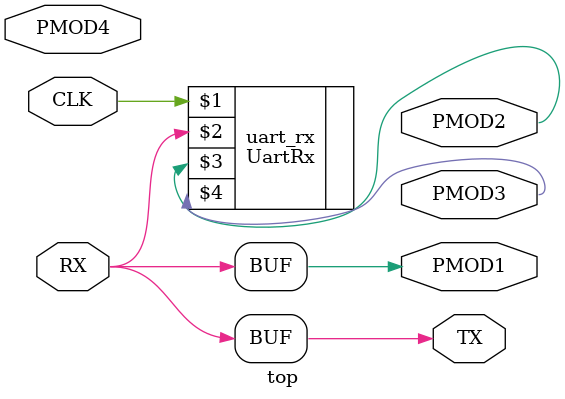
<source format=v>
`default_nettype none

module top(
	input CLK,
	input RX,
	output TX,
	output PMOD1, PMOD2, PMOD3,
	input PMOD4
	);

assign PMOD1 = RX;
assign TX = RX;

UartRx #(.p_CLOCK_RATE(25000000), .p_BIT_RATE(115200), .p_DATA_BITS(8), .p_STOP_BITS(1)) uart_rx(CLK, RX, PMOD2, PMOD3);

endmodule

</source>
